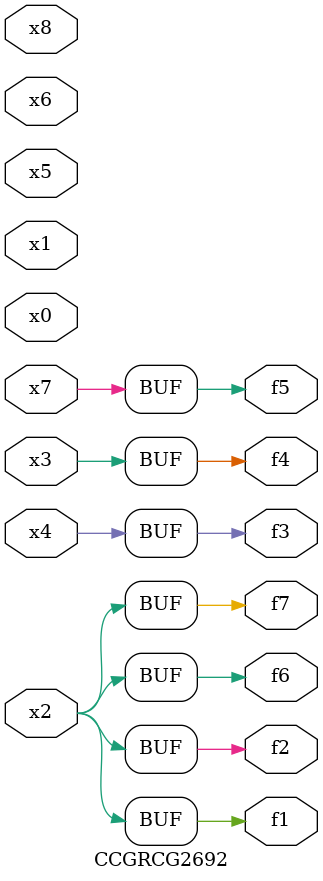
<source format=v>
module CCGRCG2692(
	input x0, x1, x2, x3, x4, x5, x6, x7, x8,
	output f1, f2, f3, f4, f5, f6, f7
);
	assign f1 = x2;
	assign f2 = x2;
	assign f3 = x4;
	assign f4 = x3;
	assign f5 = x7;
	assign f6 = x2;
	assign f7 = x2;
endmodule

</source>
